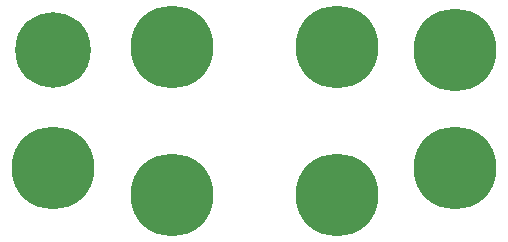
<source format=gbr>
%TF.GenerationSoftware,KiCad,Pcbnew,(6.0.2)*%
%TF.CreationDate,2022-03-13T20:14:31-04:00*%
%TF.ProjectId,Daughterboard-holder,44617567-6874-4657-9262-6f6172642d68,rev?*%
%TF.SameCoordinates,Original*%
%TF.FileFunction,Soldermask,Top*%
%TF.FilePolarity,Negative*%
%FSLAX46Y46*%
G04 Gerber Fmt 4.6, Leading zero omitted, Abs format (unit mm)*
G04 Created by KiCad (PCBNEW (6.0.2)) date 2022-03-13 20:14:31*
%MOMM*%
%LPD*%
G01*
G04 APERTURE LIST*
%ADD10C,7.000000*%
%ADD11C,6.400000*%
G04 APERTURE END LIST*
D10*
%TO.C,H103*%
X17000000Y-47750000D03*
%TD*%
%TO.C,H107*%
X27000000Y-50000000D03*
%TD*%
%TO.C,H105*%
X27000000Y-37500000D03*
%TD*%
%TO.C,H106*%
X41000000Y-37500000D03*
%TD*%
%TO.C,H102*%
X51000000Y-37750000D03*
%TD*%
%TO.C,H104*%
X51000000Y-47750000D03*
%TD*%
%TO.C,H108*%
X41000000Y-50000000D03*
%TD*%
D11*
%TO.C,H101*%
X17000000Y-37750000D03*
%TD*%
M02*

</source>
